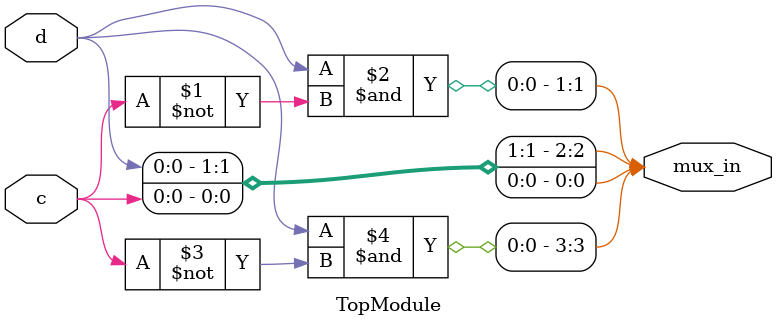
<source format=sv>

module TopModule (
  input c,
  input d,
  output [3:0] mux_in
);
assign mux_in[0] = c;
assign mux_in[1] = d & ~c;
assign mux_in[2] = d;
assign mux_in[3] = d & ~c;
endmodule

</source>
